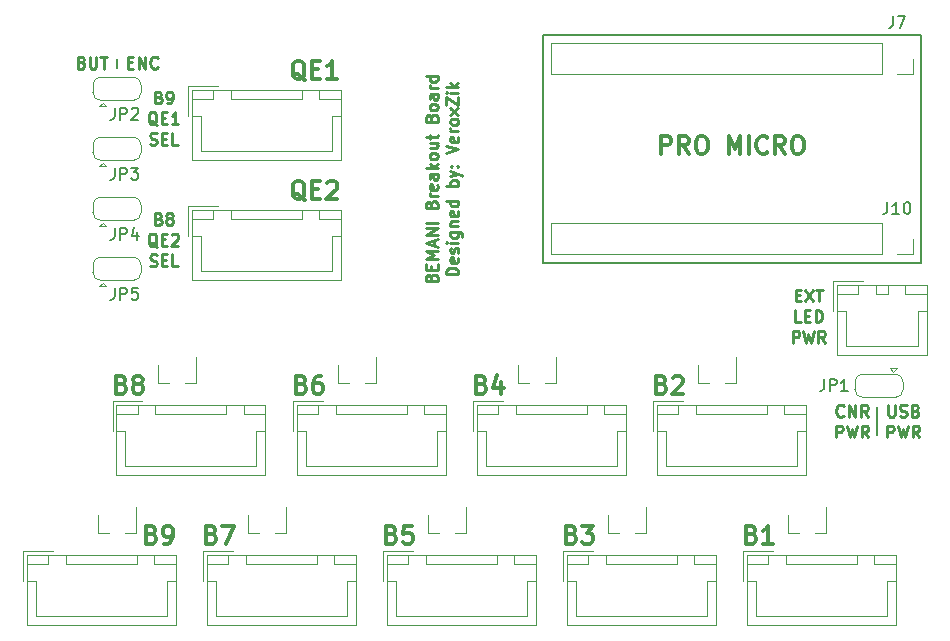
<source format=gbr>
G04 #@! TF.GenerationSoftware,KiCad,Pcbnew,(5.0.0)*
G04 #@! TF.CreationDate,2019-07-13T19:24:01-04:00*
G04 #@! TF.ProjectId,ProMicro-Breakout,50726F4D6963726F2D427265616B6F75,rev?*
G04 #@! TF.SameCoordinates,Original*
G04 #@! TF.FileFunction,Legend,Top*
G04 #@! TF.FilePolarity,Positive*
%FSLAX46Y46*%
G04 Gerber Fmt 4.6, Leading zero omitted, Abs format (unit mm)*
G04 Created by KiCad (PCBNEW (5.0.0)) date 07/13/19 19:24:01*
%MOMM*%
%LPD*%
G01*
G04 APERTURE LIST*
%ADD10C,0.250000*%
%ADD11C,0.200000*%
%ADD12C,0.300000*%
%ADD13C,0.120000*%
%ADD14C,0.150000*%
G04 APERTURE END LIST*
D10*
X171775571Y-112732571D02*
X172108904Y-112732571D01*
X172251761Y-113256380D02*
X171775571Y-113256380D01*
X171775571Y-112256380D01*
X172251761Y-112256380D01*
X172585095Y-112256380D02*
X173251761Y-113256380D01*
X173251761Y-112256380D02*
X172585095Y-113256380D01*
X173489857Y-112256380D02*
X174061285Y-112256380D01*
X173775571Y-113256380D02*
X173775571Y-112256380D01*
X172204142Y-115006380D02*
X171727952Y-115006380D01*
X171727952Y-114006380D01*
X172537476Y-114482571D02*
X172870809Y-114482571D01*
X173013666Y-115006380D02*
X172537476Y-115006380D01*
X172537476Y-114006380D01*
X173013666Y-114006380D01*
X173442238Y-115006380D02*
X173442238Y-114006380D01*
X173680333Y-114006380D01*
X173823190Y-114054000D01*
X173918428Y-114149238D01*
X173966047Y-114244476D01*
X174013666Y-114434952D01*
X174013666Y-114577809D01*
X173966047Y-114768285D01*
X173918428Y-114863523D01*
X173823190Y-114958761D01*
X173680333Y-115006380D01*
X173442238Y-115006380D01*
X171513666Y-116756380D02*
X171513666Y-115756380D01*
X171894619Y-115756380D01*
X171989857Y-115804000D01*
X172037476Y-115851619D01*
X172085095Y-115946857D01*
X172085095Y-116089714D01*
X172037476Y-116184952D01*
X171989857Y-116232571D01*
X171894619Y-116280190D01*
X171513666Y-116280190D01*
X172418428Y-115756380D02*
X172656523Y-116756380D01*
X172847000Y-116042095D01*
X173037476Y-116756380D01*
X173275571Y-115756380D01*
X174227952Y-116756380D02*
X173894619Y-116280190D01*
X173656523Y-116756380D02*
X173656523Y-115756380D01*
X174037476Y-115756380D01*
X174132714Y-115804000D01*
X174180333Y-115851619D01*
X174227952Y-115946857D01*
X174227952Y-116089714D01*
X174180333Y-116184952D01*
X174132714Y-116232571D01*
X174037476Y-116280190D01*
X173656523Y-116280190D01*
X117832238Y-106255571D02*
X117975095Y-106303190D01*
X118022714Y-106350809D01*
X118070333Y-106446047D01*
X118070333Y-106588904D01*
X118022714Y-106684142D01*
X117975095Y-106731761D01*
X117879857Y-106779380D01*
X117498904Y-106779380D01*
X117498904Y-105779380D01*
X117832238Y-105779380D01*
X117927476Y-105827000D01*
X117975095Y-105874619D01*
X118022714Y-105969857D01*
X118022714Y-106065095D01*
X117975095Y-106160333D01*
X117927476Y-106207952D01*
X117832238Y-106255571D01*
X117498904Y-106255571D01*
X118641761Y-106207952D02*
X118546523Y-106160333D01*
X118498904Y-106112714D01*
X118451285Y-106017476D01*
X118451285Y-105969857D01*
X118498904Y-105874619D01*
X118546523Y-105827000D01*
X118641761Y-105779380D01*
X118832238Y-105779380D01*
X118927476Y-105827000D01*
X118975095Y-105874619D01*
X119022714Y-105969857D01*
X119022714Y-106017476D01*
X118975095Y-106112714D01*
X118927476Y-106160333D01*
X118832238Y-106207952D01*
X118641761Y-106207952D01*
X118546523Y-106255571D01*
X118498904Y-106303190D01*
X118451285Y-106398428D01*
X118451285Y-106588904D01*
X118498904Y-106684142D01*
X118546523Y-106731761D01*
X118641761Y-106779380D01*
X118832238Y-106779380D01*
X118927476Y-106731761D01*
X118975095Y-106684142D01*
X119022714Y-106588904D01*
X119022714Y-106398428D01*
X118975095Y-106303190D01*
X118927476Y-106255571D01*
X118832238Y-106207952D01*
X117689380Y-108624619D02*
X117594142Y-108577000D01*
X117498904Y-108481761D01*
X117356047Y-108338904D01*
X117260809Y-108291285D01*
X117165571Y-108291285D01*
X117213190Y-108529380D02*
X117117952Y-108481761D01*
X117022714Y-108386523D01*
X116975095Y-108196047D01*
X116975095Y-107862714D01*
X117022714Y-107672238D01*
X117117952Y-107577000D01*
X117213190Y-107529380D01*
X117403666Y-107529380D01*
X117498904Y-107577000D01*
X117594142Y-107672238D01*
X117641761Y-107862714D01*
X117641761Y-108196047D01*
X117594142Y-108386523D01*
X117498904Y-108481761D01*
X117403666Y-108529380D01*
X117213190Y-108529380D01*
X118070333Y-108005571D02*
X118403666Y-108005571D01*
X118546523Y-108529380D02*
X118070333Y-108529380D01*
X118070333Y-107529380D01*
X118546523Y-107529380D01*
X118927476Y-107624619D02*
X118975095Y-107577000D01*
X119070333Y-107529380D01*
X119308428Y-107529380D01*
X119403666Y-107577000D01*
X119451285Y-107624619D01*
X119498904Y-107719857D01*
X119498904Y-107815095D01*
X119451285Y-107957952D01*
X118879857Y-108529380D01*
X119498904Y-108529380D01*
X117094142Y-110231761D02*
X117237000Y-110279380D01*
X117475095Y-110279380D01*
X117570333Y-110231761D01*
X117617952Y-110184142D01*
X117665571Y-110088904D01*
X117665571Y-109993666D01*
X117617952Y-109898428D01*
X117570333Y-109850809D01*
X117475095Y-109803190D01*
X117284619Y-109755571D01*
X117189380Y-109707952D01*
X117141761Y-109660333D01*
X117094142Y-109565095D01*
X117094142Y-109469857D01*
X117141761Y-109374619D01*
X117189380Y-109327000D01*
X117284619Y-109279380D01*
X117522714Y-109279380D01*
X117665571Y-109327000D01*
X118094142Y-109755571D02*
X118427476Y-109755571D01*
X118570333Y-110279380D02*
X118094142Y-110279380D01*
X118094142Y-109279380D01*
X118570333Y-109279380D01*
X119475095Y-110279380D02*
X118998904Y-110279380D01*
X118998904Y-109279380D01*
X117832238Y-95968571D02*
X117975095Y-96016190D01*
X118022714Y-96063809D01*
X118070333Y-96159047D01*
X118070333Y-96301904D01*
X118022714Y-96397142D01*
X117975095Y-96444761D01*
X117879857Y-96492380D01*
X117498904Y-96492380D01*
X117498904Y-95492380D01*
X117832238Y-95492380D01*
X117927476Y-95540000D01*
X117975095Y-95587619D01*
X118022714Y-95682857D01*
X118022714Y-95778095D01*
X117975095Y-95873333D01*
X117927476Y-95920952D01*
X117832238Y-95968571D01*
X117498904Y-95968571D01*
X118546523Y-96492380D02*
X118737000Y-96492380D01*
X118832238Y-96444761D01*
X118879857Y-96397142D01*
X118975095Y-96254285D01*
X119022714Y-96063809D01*
X119022714Y-95682857D01*
X118975095Y-95587619D01*
X118927476Y-95540000D01*
X118832238Y-95492380D01*
X118641761Y-95492380D01*
X118546523Y-95540000D01*
X118498904Y-95587619D01*
X118451285Y-95682857D01*
X118451285Y-95920952D01*
X118498904Y-96016190D01*
X118546523Y-96063809D01*
X118641761Y-96111428D01*
X118832238Y-96111428D01*
X118927476Y-96063809D01*
X118975095Y-96016190D01*
X119022714Y-95920952D01*
X117689380Y-98337619D02*
X117594142Y-98290000D01*
X117498904Y-98194761D01*
X117356047Y-98051904D01*
X117260809Y-98004285D01*
X117165571Y-98004285D01*
X117213190Y-98242380D02*
X117117952Y-98194761D01*
X117022714Y-98099523D01*
X116975095Y-97909047D01*
X116975095Y-97575714D01*
X117022714Y-97385238D01*
X117117952Y-97290000D01*
X117213190Y-97242380D01*
X117403666Y-97242380D01*
X117498904Y-97290000D01*
X117594142Y-97385238D01*
X117641761Y-97575714D01*
X117641761Y-97909047D01*
X117594142Y-98099523D01*
X117498904Y-98194761D01*
X117403666Y-98242380D01*
X117213190Y-98242380D01*
X118070333Y-97718571D02*
X118403666Y-97718571D01*
X118546523Y-98242380D02*
X118070333Y-98242380D01*
X118070333Y-97242380D01*
X118546523Y-97242380D01*
X119498904Y-98242380D02*
X118927476Y-98242380D01*
X119213190Y-98242380D02*
X119213190Y-97242380D01*
X119117952Y-97385238D01*
X119022714Y-97480476D01*
X118927476Y-97528095D01*
X117094142Y-99944761D02*
X117237000Y-99992380D01*
X117475095Y-99992380D01*
X117570333Y-99944761D01*
X117617952Y-99897142D01*
X117665571Y-99801904D01*
X117665571Y-99706666D01*
X117617952Y-99611428D01*
X117570333Y-99563809D01*
X117475095Y-99516190D01*
X117284619Y-99468571D01*
X117189380Y-99420952D01*
X117141761Y-99373333D01*
X117094142Y-99278095D01*
X117094142Y-99182857D01*
X117141761Y-99087619D01*
X117189380Y-99040000D01*
X117284619Y-98992380D01*
X117522714Y-98992380D01*
X117665571Y-99040000D01*
X118094142Y-99468571D02*
X118427476Y-99468571D01*
X118570333Y-99992380D02*
X118094142Y-99992380D01*
X118094142Y-98992380D01*
X118570333Y-98992380D01*
X119475095Y-99992380D02*
X118998904Y-99992380D01*
X118998904Y-98992380D01*
X111307666Y-93019571D02*
X111450523Y-93067190D01*
X111498142Y-93114809D01*
X111545761Y-93210047D01*
X111545761Y-93352904D01*
X111498142Y-93448142D01*
X111450523Y-93495761D01*
X111355285Y-93543380D01*
X110974333Y-93543380D01*
X110974333Y-92543380D01*
X111307666Y-92543380D01*
X111402904Y-92591000D01*
X111450523Y-92638619D01*
X111498142Y-92733857D01*
X111498142Y-92829095D01*
X111450523Y-92924333D01*
X111402904Y-92971952D01*
X111307666Y-93019571D01*
X110974333Y-93019571D01*
X111974333Y-92543380D02*
X111974333Y-93352904D01*
X112021952Y-93448142D01*
X112069571Y-93495761D01*
X112164809Y-93543380D01*
X112355285Y-93543380D01*
X112450523Y-93495761D01*
X112498142Y-93448142D01*
X112545761Y-93352904D01*
X112545761Y-92543380D01*
X112879095Y-92543380D02*
X113450523Y-92543380D01*
X113164809Y-93543380D02*
X113164809Y-92543380D01*
X115220904Y-93019571D02*
X115554238Y-93019571D01*
X115697095Y-93543380D02*
X115220904Y-93543380D01*
X115220904Y-92543380D01*
X115697095Y-92543380D01*
X116125666Y-93543380D02*
X116125666Y-92543380D01*
X116697095Y-93543380D01*
X116697095Y-92543380D01*
X117744714Y-93448142D02*
X117697095Y-93495761D01*
X117554238Y-93543380D01*
X117459000Y-93543380D01*
X117316142Y-93495761D01*
X117220904Y-93400523D01*
X117173285Y-93305285D01*
X117125666Y-93114809D01*
X117125666Y-92971952D01*
X117173285Y-92781476D01*
X117220904Y-92686238D01*
X117316142Y-92591000D01*
X117459000Y-92543380D01*
X117554238Y-92543380D01*
X117697095Y-92591000D01*
X117744714Y-92638619D01*
D11*
X114300000Y-92710000D02*
X114300000Y-93472000D01*
X178689000Y-122174000D02*
X178689000Y-124587000D01*
D10*
X175815714Y-122926142D02*
X175768095Y-122973761D01*
X175625238Y-123021380D01*
X175530000Y-123021380D01*
X175387142Y-122973761D01*
X175291904Y-122878523D01*
X175244285Y-122783285D01*
X175196666Y-122592809D01*
X175196666Y-122449952D01*
X175244285Y-122259476D01*
X175291904Y-122164238D01*
X175387142Y-122069000D01*
X175530000Y-122021380D01*
X175625238Y-122021380D01*
X175768095Y-122069000D01*
X175815714Y-122116619D01*
X176244285Y-123021380D02*
X176244285Y-122021380D01*
X176815714Y-123021380D01*
X176815714Y-122021380D01*
X177863333Y-123021380D02*
X177530000Y-122545190D01*
X177291904Y-123021380D02*
X177291904Y-122021380D01*
X177672857Y-122021380D01*
X177768095Y-122069000D01*
X177815714Y-122116619D01*
X177863333Y-122211857D01*
X177863333Y-122354714D01*
X177815714Y-122449952D01*
X177768095Y-122497571D01*
X177672857Y-122545190D01*
X177291904Y-122545190D01*
X175196666Y-124771380D02*
X175196666Y-123771380D01*
X175577619Y-123771380D01*
X175672857Y-123819000D01*
X175720476Y-123866619D01*
X175768095Y-123961857D01*
X175768095Y-124104714D01*
X175720476Y-124199952D01*
X175672857Y-124247571D01*
X175577619Y-124295190D01*
X175196666Y-124295190D01*
X176101428Y-123771380D02*
X176339523Y-124771380D01*
X176530000Y-124057095D01*
X176720476Y-124771380D01*
X176958571Y-123771380D01*
X177910952Y-124771380D02*
X177577619Y-124295190D01*
X177339523Y-124771380D02*
X177339523Y-123771380D01*
X177720476Y-123771380D01*
X177815714Y-123819000D01*
X177863333Y-123866619D01*
X177910952Y-123961857D01*
X177910952Y-124104714D01*
X177863333Y-124199952D01*
X177815714Y-124247571D01*
X177720476Y-124295190D01*
X177339523Y-124295190D01*
X179586095Y-122021380D02*
X179586095Y-122830904D01*
X179633714Y-122926142D01*
X179681333Y-122973761D01*
X179776571Y-123021380D01*
X179967047Y-123021380D01*
X180062285Y-122973761D01*
X180109904Y-122926142D01*
X180157523Y-122830904D01*
X180157523Y-122021380D01*
X180586095Y-122973761D02*
X180728952Y-123021380D01*
X180967047Y-123021380D01*
X181062285Y-122973761D01*
X181109904Y-122926142D01*
X181157523Y-122830904D01*
X181157523Y-122735666D01*
X181109904Y-122640428D01*
X181062285Y-122592809D01*
X180967047Y-122545190D01*
X180776571Y-122497571D01*
X180681333Y-122449952D01*
X180633714Y-122402333D01*
X180586095Y-122307095D01*
X180586095Y-122211857D01*
X180633714Y-122116619D01*
X180681333Y-122069000D01*
X180776571Y-122021380D01*
X181014666Y-122021380D01*
X181157523Y-122069000D01*
X181919428Y-122497571D02*
X182062285Y-122545190D01*
X182109904Y-122592809D01*
X182157523Y-122688047D01*
X182157523Y-122830904D01*
X182109904Y-122926142D01*
X182062285Y-122973761D01*
X181967047Y-123021380D01*
X181586095Y-123021380D01*
X181586095Y-122021380D01*
X181919428Y-122021380D01*
X182014666Y-122069000D01*
X182062285Y-122116619D01*
X182109904Y-122211857D01*
X182109904Y-122307095D01*
X182062285Y-122402333D01*
X182014666Y-122449952D01*
X181919428Y-122497571D01*
X181586095Y-122497571D01*
X179514666Y-124771380D02*
X179514666Y-123771380D01*
X179895619Y-123771380D01*
X179990857Y-123819000D01*
X180038476Y-123866619D01*
X180086095Y-123961857D01*
X180086095Y-124104714D01*
X180038476Y-124199952D01*
X179990857Y-124247571D01*
X179895619Y-124295190D01*
X179514666Y-124295190D01*
X180419428Y-123771380D02*
X180657523Y-124771380D01*
X180848000Y-124057095D01*
X181038476Y-124771380D01*
X181276571Y-123771380D01*
X182228952Y-124771380D02*
X181895619Y-124295190D01*
X181657523Y-124771380D02*
X181657523Y-123771380D01*
X182038476Y-123771380D01*
X182133714Y-123819000D01*
X182181333Y-123866619D01*
X182228952Y-123961857D01*
X182228952Y-124104714D01*
X182181333Y-124199952D01*
X182133714Y-124247571D01*
X182038476Y-124295190D01*
X181657523Y-124295190D01*
X140912571Y-111227142D02*
X140960190Y-111084285D01*
X141007809Y-111036666D01*
X141103047Y-110989047D01*
X141245904Y-110989047D01*
X141341142Y-111036666D01*
X141388761Y-111084285D01*
X141436380Y-111179523D01*
X141436380Y-111560476D01*
X140436380Y-111560476D01*
X140436380Y-111227142D01*
X140484000Y-111131904D01*
X140531619Y-111084285D01*
X140626857Y-111036666D01*
X140722095Y-111036666D01*
X140817333Y-111084285D01*
X140864952Y-111131904D01*
X140912571Y-111227142D01*
X140912571Y-111560476D01*
X140912571Y-110560476D02*
X140912571Y-110227142D01*
X141436380Y-110084285D02*
X141436380Y-110560476D01*
X140436380Y-110560476D01*
X140436380Y-110084285D01*
X141436380Y-109655714D02*
X140436380Y-109655714D01*
X141150666Y-109322380D01*
X140436380Y-108989047D01*
X141436380Y-108989047D01*
X141150666Y-108560476D02*
X141150666Y-108084285D01*
X141436380Y-108655714D02*
X140436380Y-108322380D01*
X141436380Y-107989047D01*
X141436380Y-107655714D02*
X140436380Y-107655714D01*
X141436380Y-107084285D01*
X140436380Y-107084285D01*
X141436380Y-106608095D02*
X140436380Y-106608095D01*
X140912571Y-105036666D02*
X140960190Y-104893809D01*
X141007809Y-104846190D01*
X141103047Y-104798571D01*
X141245904Y-104798571D01*
X141341142Y-104846190D01*
X141388761Y-104893809D01*
X141436380Y-104989047D01*
X141436380Y-105370000D01*
X140436380Y-105370000D01*
X140436380Y-105036666D01*
X140484000Y-104941428D01*
X140531619Y-104893809D01*
X140626857Y-104846190D01*
X140722095Y-104846190D01*
X140817333Y-104893809D01*
X140864952Y-104941428D01*
X140912571Y-105036666D01*
X140912571Y-105370000D01*
X141436380Y-104370000D02*
X140769714Y-104370000D01*
X140960190Y-104370000D02*
X140864952Y-104322380D01*
X140817333Y-104274761D01*
X140769714Y-104179523D01*
X140769714Y-104084285D01*
X141388761Y-103370000D02*
X141436380Y-103465238D01*
X141436380Y-103655714D01*
X141388761Y-103750952D01*
X141293523Y-103798571D01*
X140912571Y-103798571D01*
X140817333Y-103750952D01*
X140769714Y-103655714D01*
X140769714Y-103465238D01*
X140817333Y-103370000D01*
X140912571Y-103322380D01*
X141007809Y-103322380D01*
X141103047Y-103798571D01*
X141436380Y-102465238D02*
X140912571Y-102465238D01*
X140817333Y-102512857D01*
X140769714Y-102608095D01*
X140769714Y-102798571D01*
X140817333Y-102893809D01*
X141388761Y-102465238D02*
X141436380Y-102560476D01*
X141436380Y-102798571D01*
X141388761Y-102893809D01*
X141293523Y-102941428D01*
X141198285Y-102941428D01*
X141103047Y-102893809D01*
X141055428Y-102798571D01*
X141055428Y-102560476D01*
X141007809Y-102465238D01*
X141436380Y-101989047D02*
X140436380Y-101989047D01*
X141055428Y-101893809D02*
X141436380Y-101608095D01*
X140769714Y-101608095D02*
X141150666Y-101989047D01*
X141436380Y-101036666D02*
X141388761Y-101131904D01*
X141341142Y-101179523D01*
X141245904Y-101227142D01*
X140960190Y-101227142D01*
X140864952Y-101179523D01*
X140817333Y-101131904D01*
X140769714Y-101036666D01*
X140769714Y-100893809D01*
X140817333Y-100798571D01*
X140864952Y-100750952D01*
X140960190Y-100703333D01*
X141245904Y-100703333D01*
X141341142Y-100750952D01*
X141388761Y-100798571D01*
X141436380Y-100893809D01*
X141436380Y-101036666D01*
X140769714Y-99846190D02*
X141436380Y-99846190D01*
X140769714Y-100274761D02*
X141293523Y-100274761D01*
X141388761Y-100227142D01*
X141436380Y-100131904D01*
X141436380Y-99989047D01*
X141388761Y-99893809D01*
X141341142Y-99846190D01*
X140769714Y-99512857D02*
X140769714Y-99131904D01*
X140436380Y-99370000D02*
X141293523Y-99370000D01*
X141388761Y-99322380D01*
X141436380Y-99227142D01*
X141436380Y-99131904D01*
X140912571Y-97703333D02*
X140960190Y-97560476D01*
X141007809Y-97512857D01*
X141103047Y-97465238D01*
X141245904Y-97465238D01*
X141341142Y-97512857D01*
X141388761Y-97560476D01*
X141436380Y-97655714D01*
X141436380Y-98036666D01*
X140436380Y-98036666D01*
X140436380Y-97703333D01*
X140484000Y-97608095D01*
X140531619Y-97560476D01*
X140626857Y-97512857D01*
X140722095Y-97512857D01*
X140817333Y-97560476D01*
X140864952Y-97608095D01*
X140912571Y-97703333D01*
X140912571Y-98036666D01*
X141436380Y-96893809D02*
X141388761Y-96989047D01*
X141341142Y-97036666D01*
X141245904Y-97084285D01*
X140960190Y-97084285D01*
X140864952Y-97036666D01*
X140817333Y-96989047D01*
X140769714Y-96893809D01*
X140769714Y-96750952D01*
X140817333Y-96655714D01*
X140864952Y-96608095D01*
X140960190Y-96560476D01*
X141245904Y-96560476D01*
X141341142Y-96608095D01*
X141388761Y-96655714D01*
X141436380Y-96750952D01*
X141436380Y-96893809D01*
X141436380Y-95703333D02*
X140912571Y-95703333D01*
X140817333Y-95750952D01*
X140769714Y-95846190D01*
X140769714Y-96036666D01*
X140817333Y-96131904D01*
X141388761Y-95703333D02*
X141436380Y-95798571D01*
X141436380Y-96036666D01*
X141388761Y-96131904D01*
X141293523Y-96179523D01*
X141198285Y-96179523D01*
X141103047Y-96131904D01*
X141055428Y-96036666D01*
X141055428Y-95798571D01*
X141007809Y-95703333D01*
X141436380Y-95227142D02*
X140769714Y-95227142D01*
X140960190Y-95227142D02*
X140864952Y-95179523D01*
X140817333Y-95131904D01*
X140769714Y-95036666D01*
X140769714Y-94941428D01*
X141436380Y-94179523D02*
X140436380Y-94179523D01*
X141388761Y-94179523D02*
X141436380Y-94274761D01*
X141436380Y-94465238D01*
X141388761Y-94560476D01*
X141341142Y-94608095D01*
X141245904Y-94655714D01*
X140960190Y-94655714D01*
X140864952Y-94608095D01*
X140817333Y-94560476D01*
X140769714Y-94465238D01*
X140769714Y-94274761D01*
X140817333Y-94179523D01*
X143186380Y-110965238D02*
X142186380Y-110965238D01*
X142186380Y-110727142D01*
X142234000Y-110584285D01*
X142329238Y-110489047D01*
X142424476Y-110441428D01*
X142614952Y-110393809D01*
X142757809Y-110393809D01*
X142948285Y-110441428D01*
X143043523Y-110489047D01*
X143138761Y-110584285D01*
X143186380Y-110727142D01*
X143186380Y-110965238D01*
X143138761Y-109584285D02*
X143186380Y-109679523D01*
X143186380Y-109870000D01*
X143138761Y-109965238D01*
X143043523Y-110012857D01*
X142662571Y-110012857D01*
X142567333Y-109965238D01*
X142519714Y-109870000D01*
X142519714Y-109679523D01*
X142567333Y-109584285D01*
X142662571Y-109536666D01*
X142757809Y-109536666D01*
X142853047Y-110012857D01*
X143138761Y-109155714D02*
X143186380Y-109060476D01*
X143186380Y-108870000D01*
X143138761Y-108774761D01*
X143043523Y-108727142D01*
X142995904Y-108727142D01*
X142900666Y-108774761D01*
X142853047Y-108870000D01*
X142853047Y-109012857D01*
X142805428Y-109108095D01*
X142710190Y-109155714D01*
X142662571Y-109155714D01*
X142567333Y-109108095D01*
X142519714Y-109012857D01*
X142519714Y-108870000D01*
X142567333Y-108774761D01*
X143186380Y-108298571D02*
X142519714Y-108298571D01*
X142186380Y-108298571D02*
X142234000Y-108346190D01*
X142281619Y-108298571D01*
X142234000Y-108250952D01*
X142186380Y-108298571D01*
X142281619Y-108298571D01*
X142519714Y-107393809D02*
X143329238Y-107393809D01*
X143424476Y-107441428D01*
X143472095Y-107489047D01*
X143519714Y-107584285D01*
X143519714Y-107727142D01*
X143472095Y-107822380D01*
X143138761Y-107393809D02*
X143186380Y-107489047D01*
X143186380Y-107679523D01*
X143138761Y-107774761D01*
X143091142Y-107822380D01*
X142995904Y-107870000D01*
X142710190Y-107870000D01*
X142614952Y-107822380D01*
X142567333Y-107774761D01*
X142519714Y-107679523D01*
X142519714Y-107489047D01*
X142567333Y-107393809D01*
X142519714Y-106917619D02*
X143186380Y-106917619D01*
X142614952Y-106917619D02*
X142567333Y-106870000D01*
X142519714Y-106774761D01*
X142519714Y-106631904D01*
X142567333Y-106536666D01*
X142662571Y-106489047D01*
X143186380Y-106489047D01*
X143138761Y-105631904D02*
X143186380Y-105727142D01*
X143186380Y-105917619D01*
X143138761Y-106012857D01*
X143043523Y-106060476D01*
X142662571Y-106060476D01*
X142567333Y-106012857D01*
X142519714Y-105917619D01*
X142519714Y-105727142D01*
X142567333Y-105631904D01*
X142662571Y-105584285D01*
X142757809Y-105584285D01*
X142853047Y-106060476D01*
X143186380Y-104727142D02*
X142186380Y-104727142D01*
X143138761Y-104727142D02*
X143186380Y-104822380D01*
X143186380Y-105012857D01*
X143138761Y-105108095D01*
X143091142Y-105155714D01*
X142995904Y-105203333D01*
X142710190Y-105203333D01*
X142614952Y-105155714D01*
X142567333Y-105108095D01*
X142519714Y-105012857D01*
X142519714Y-104822380D01*
X142567333Y-104727142D01*
X143186380Y-103489047D02*
X142186380Y-103489047D01*
X142567333Y-103489047D02*
X142519714Y-103393809D01*
X142519714Y-103203333D01*
X142567333Y-103108095D01*
X142614952Y-103060476D01*
X142710190Y-103012857D01*
X142995904Y-103012857D01*
X143091142Y-103060476D01*
X143138761Y-103108095D01*
X143186380Y-103203333D01*
X143186380Y-103393809D01*
X143138761Y-103489047D01*
X142519714Y-102679523D02*
X143186380Y-102441428D01*
X142519714Y-102203333D02*
X143186380Y-102441428D01*
X143424476Y-102536666D01*
X143472095Y-102584285D01*
X143519714Y-102679523D01*
X143091142Y-101822380D02*
X143138761Y-101774761D01*
X143186380Y-101822380D01*
X143138761Y-101870000D01*
X143091142Y-101822380D01*
X143186380Y-101822380D01*
X142567333Y-101822380D02*
X142614952Y-101774761D01*
X142662571Y-101822380D01*
X142614952Y-101870000D01*
X142567333Y-101822380D01*
X142662571Y-101822380D01*
X142186380Y-100727142D02*
X143186380Y-100393809D01*
X142186380Y-100060476D01*
X143138761Y-99346190D02*
X143186380Y-99441428D01*
X143186380Y-99631904D01*
X143138761Y-99727142D01*
X143043523Y-99774761D01*
X142662571Y-99774761D01*
X142567333Y-99727142D01*
X142519714Y-99631904D01*
X142519714Y-99441428D01*
X142567333Y-99346190D01*
X142662571Y-99298571D01*
X142757809Y-99298571D01*
X142853047Y-99774761D01*
X143186380Y-98870000D02*
X142519714Y-98870000D01*
X142710190Y-98870000D02*
X142614952Y-98822380D01*
X142567333Y-98774761D01*
X142519714Y-98679523D01*
X142519714Y-98584285D01*
X143186380Y-98108095D02*
X143138761Y-98203333D01*
X143091142Y-98250952D01*
X142995904Y-98298571D01*
X142710190Y-98298571D01*
X142614952Y-98250952D01*
X142567333Y-98203333D01*
X142519714Y-98108095D01*
X142519714Y-97965238D01*
X142567333Y-97870000D01*
X142614952Y-97822380D01*
X142710190Y-97774761D01*
X142995904Y-97774761D01*
X143091142Y-97822380D01*
X143138761Y-97870000D01*
X143186380Y-97965238D01*
X143186380Y-98108095D01*
X143186380Y-97441428D02*
X142519714Y-96917619D01*
X142519714Y-97441428D02*
X143186380Y-96917619D01*
X142186380Y-96631904D02*
X142186380Y-95965238D01*
X143186380Y-96631904D01*
X143186380Y-95965238D01*
X143186380Y-95584285D02*
X142519714Y-95584285D01*
X142186380Y-95584285D02*
X142234000Y-95631904D01*
X142281619Y-95584285D01*
X142234000Y-95536666D01*
X142186380Y-95584285D01*
X142281619Y-95584285D01*
X143186380Y-95108095D02*
X142186380Y-95108095D01*
X142805428Y-95012857D02*
X143186380Y-94727142D01*
X142519714Y-94727142D02*
X142900666Y-95108095D01*
D12*
X130242571Y-104707428D02*
X130099714Y-104636000D01*
X129956857Y-104493142D01*
X129742571Y-104278857D01*
X129599714Y-104207428D01*
X129456857Y-104207428D01*
X129528285Y-104564571D02*
X129385428Y-104493142D01*
X129242571Y-104350285D01*
X129171142Y-104064571D01*
X129171142Y-103564571D01*
X129242571Y-103278857D01*
X129385428Y-103136000D01*
X129528285Y-103064571D01*
X129814000Y-103064571D01*
X129956857Y-103136000D01*
X130099714Y-103278857D01*
X130171142Y-103564571D01*
X130171142Y-104064571D01*
X130099714Y-104350285D01*
X129956857Y-104493142D01*
X129814000Y-104564571D01*
X129528285Y-104564571D01*
X130814000Y-103778857D02*
X131314000Y-103778857D01*
X131528285Y-104564571D02*
X130814000Y-104564571D01*
X130814000Y-103064571D01*
X131528285Y-103064571D01*
X132099714Y-103207428D02*
X132171142Y-103136000D01*
X132314000Y-103064571D01*
X132671142Y-103064571D01*
X132814000Y-103136000D01*
X132885428Y-103207428D01*
X132956857Y-103350285D01*
X132956857Y-103493142D01*
X132885428Y-103707428D01*
X132028285Y-104564571D01*
X132956857Y-104564571D01*
X130242571Y-94547428D02*
X130099714Y-94476000D01*
X129956857Y-94333142D01*
X129742571Y-94118857D01*
X129599714Y-94047428D01*
X129456857Y-94047428D01*
X129528285Y-94404571D02*
X129385428Y-94333142D01*
X129242571Y-94190285D01*
X129171142Y-93904571D01*
X129171142Y-93404571D01*
X129242571Y-93118857D01*
X129385428Y-92976000D01*
X129528285Y-92904571D01*
X129814000Y-92904571D01*
X129956857Y-92976000D01*
X130099714Y-93118857D01*
X130171142Y-93404571D01*
X130171142Y-93904571D01*
X130099714Y-94190285D01*
X129956857Y-94333142D01*
X129814000Y-94404571D01*
X129528285Y-94404571D01*
X130814000Y-93618857D02*
X131314000Y-93618857D01*
X131528285Y-94404571D02*
X130814000Y-94404571D01*
X130814000Y-92904571D01*
X131528285Y-92904571D01*
X132956857Y-94404571D02*
X132099714Y-94404571D01*
X132528285Y-94404571D02*
X132528285Y-92904571D01*
X132385428Y-93118857D01*
X132242571Y-93261714D01*
X132099714Y-93333142D01*
X117248857Y-132988857D02*
X117463142Y-133060285D01*
X117534571Y-133131714D01*
X117606000Y-133274571D01*
X117606000Y-133488857D01*
X117534571Y-133631714D01*
X117463142Y-133703142D01*
X117320285Y-133774571D01*
X116748857Y-133774571D01*
X116748857Y-132274571D01*
X117248857Y-132274571D01*
X117391714Y-132346000D01*
X117463142Y-132417428D01*
X117534571Y-132560285D01*
X117534571Y-132703142D01*
X117463142Y-132846000D01*
X117391714Y-132917428D01*
X117248857Y-132988857D01*
X116748857Y-132988857D01*
X118320285Y-133774571D02*
X118606000Y-133774571D01*
X118748857Y-133703142D01*
X118820285Y-133631714D01*
X118963142Y-133417428D01*
X119034571Y-133131714D01*
X119034571Y-132560285D01*
X118963142Y-132417428D01*
X118891714Y-132346000D01*
X118748857Y-132274571D01*
X118463142Y-132274571D01*
X118320285Y-132346000D01*
X118248857Y-132417428D01*
X118177428Y-132560285D01*
X118177428Y-132917428D01*
X118248857Y-133060285D01*
X118320285Y-133131714D01*
X118463142Y-133203142D01*
X118748857Y-133203142D01*
X118891714Y-133131714D01*
X118963142Y-133060285D01*
X119034571Y-132917428D01*
X114708857Y-120288857D02*
X114923142Y-120360285D01*
X114994571Y-120431714D01*
X115066000Y-120574571D01*
X115066000Y-120788857D01*
X114994571Y-120931714D01*
X114923142Y-121003142D01*
X114780285Y-121074571D01*
X114208857Y-121074571D01*
X114208857Y-119574571D01*
X114708857Y-119574571D01*
X114851714Y-119646000D01*
X114923142Y-119717428D01*
X114994571Y-119860285D01*
X114994571Y-120003142D01*
X114923142Y-120146000D01*
X114851714Y-120217428D01*
X114708857Y-120288857D01*
X114208857Y-120288857D01*
X115923142Y-120217428D02*
X115780285Y-120146000D01*
X115708857Y-120074571D01*
X115637428Y-119931714D01*
X115637428Y-119860285D01*
X115708857Y-119717428D01*
X115780285Y-119646000D01*
X115923142Y-119574571D01*
X116208857Y-119574571D01*
X116351714Y-119646000D01*
X116423142Y-119717428D01*
X116494571Y-119860285D01*
X116494571Y-119931714D01*
X116423142Y-120074571D01*
X116351714Y-120146000D01*
X116208857Y-120217428D01*
X115923142Y-120217428D01*
X115780285Y-120288857D01*
X115708857Y-120360285D01*
X115637428Y-120503142D01*
X115637428Y-120788857D01*
X115708857Y-120931714D01*
X115780285Y-121003142D01*
X115923142Y-121074571D01*
X116208857Y-121074571D01*
X116351714Y-121003142D01*
X116423142Y-120931714D01*
X116494571Y-120788857D01*
X116494571Y-120503142D01*
X116423142Y-120360285D01*
X116351714Y-120288857D01*
X116208857Y-120217428D01*
X122328857Y-132988857D02*
X122543142Y-133060285D01*
X122614571Y-133131714D01*
X122686000Y-133274571D01*
X122686000Y-133488857D01*
X122614571Y-133631714D01*
X122543142Y-133703142D01*
X122400285Y-133774571D01*
X121828857Y-133774571D01*
X121828857Y-132274571D01*
X122328857Y-132274571D01*
X122471714Y-132346000D01*
X122543142Y-132417428D01*
X122614571Y-132560285D01*
X122614571Y-132703142D01*
X122543142Y-132846000D01*
X122471714Y-132917428D01*
X122328857Y-132988857D01*
X121828857Y-132988857D01*
X123186000Y-132274571D02*
X124186000Y-132274571D01*
X123543142Y-133774571D01*
X129948857Y-120288857D02*
X130163142Y-120360285D01*
X130234571Y-120431714D01*
X130306000Y-120574571D01*
X130306000Y-120788857D01*
X130234571Y-120931714D01*
X130163142Y-121003142D01*
X130020285Y-121074571D01*
X129448857Y-121074571D01*
X129448857Y-119574571D01*
X129948857Y-119574571D01*
X130091714Y-119646000D01*
X130163142Y-119717428D01*
X130234571Y-119860285D01*
X130234571Y-120003142D01*
X130163142Y-120146000D01*
X130091714Y-120217428D01*
X129948857Y-120288857D01*
X129448857Y-120288857D01*
X131591714Y-119574571D02*
X131306000Y-119574571D01*
X131163142Y-119646000D01*
X131091714Y-119717428D01*
X130948857Y-119931714D01*
X130877428Y-120217428D01*
X130877428Y-120788857D01*
X130948857Y-120931714D01*
X131020285Y-121003142D01*
X131163142Y-121074571D01*
X131448857Y-121074571D01*
X131591714Y-121003142D01*
X131663142Y-120931714D01*
X131734571Y-120788857D01*
X131734571Y-120431714D01*
X131663142Y-120288857D01*
X131591714Y-120217428D01*
X131448857Y-120146000D01*
X131163142Y-120146000D01*
X131020285Y-120217428D01*
X130948857Y-120288857D01*
X130877428Y-120431714D01*
X137568857Y-132988857D02*
X137783142Y-133060285D01*
X137854571Y-133131714D01*
X137926000Y-133274571D01*
X137926000Y-133488857D01*
X137854571Y-133631714D01*
X137783142Y-133703142D01*
X137640285Y-133774571D01*
X137068857Y-133774571D01*
X137068857Y-132274571D01*
X137568857Y-132274571D01*
X137711714Y-132346000D01*
X137783142Y-132417428D01*
X137854571Y-132560285D01*
X137854571Y-132703142D01*
X137783142Y-132846000D01*
X137711714Y-132917428D01*
X137568857Y-132988857D01*
X137068857Y-132988857D01*
X139283142Y-132274571D02*
X138568857Y-132274571D01*
X138497428Y-132988857D01*
X138568857Y-132917428D01*
X138711714Y-132846000D01*
X139068857Y-132846000D01*
X139211714Y-132917428D01*
X139283142Y-132988857D01*
X139354571Y-133131714D01*
X139354571Y-133488857D01*
X139283142Y-133631714D01*
X139211714Y-133703142D01*
X139068857Y-133774571D01*
X138711714Y-133774571D01*
X138568857Y-133703142D01*
X138497428Y-133631714D01*
X145188857Y-120288857D02*
X145403142Y-120360285D01*
X145474571Y-120431714D01*
X145546000Y-120574571D01*
X145546000Y-120788857D01*
X145474571Y-120931714D01*
X145403142Y-121003142D01*
X145260285Y-121074571D01*
X144688857Y-121074571D01*
X144688857Y-119574571D01*
X145188857Y-119574571D01*
X145331714Y-119646000D01*
X145403142Y-119717428D01*
X145474571Y-119860285D01*
X145474571Y-120003142D01*
X145403142Y-120146000D01*
X145331714Y-120217428D01*
X145188857Y-120288857D01*
X144688857Y-120288857D01*
X146831714Y-120074571D02*
X146831714Y-121074571D01*
X146474571Y-119503142D02*
X146117428Y-120574571D01*
X147046000Y-120574571D01*
X152808857Y-132988857D02*
X153023142Y-133060285D01*
X153094571Y-133131714D01*
X153166000Y-133274571D01*
X153166000Y-133488857D01*
X153094571Y-133631714D01*
X153023142Y-133703142D01*
X152880285Y-133774571D01*
X152308857Y-133774571D01*
X152308857Y-132274571D01*
X152808857Y-132274571D01*
X152951714Y-132346000D01*
X153023142Y-132417428D01*
X153094571Y-132560285D01*
X153094571Y-132703142D01*
X153023142Y-132846000D01*
X152951714Y-132917428D01*
X152808857Y-132988857D01*
X152308857Y-132988857D01*
X153666000Y-132274571D02*
X154594571Y-132274571D01*
X154094571Y-132846000D01*
X154308857Y-132846000D01*
X154451714Y-132917428D01*
X154523142Y-132988857D01*
X154594571Y-133131714D01*
X154594571Y-133488857D01*
X154523142Y-133631714D01*
X154451714Y-133703142D01*
X154308857Y-133774571D01*
X153880285Y-133774571D01*
X153737428Y-133703142D01*
X153666000Y-133631714D01*
X160428857Y-120288857D02*
X160643142Y-120360285D01*
X160714571Y-120431714D01*
X160786000Y-120574571D01*
X160786000Y-120788857D01*
X160714571Y-120931714D01*
X160643142Y-121003142D01*
X160500285Y-121074571D01*
X159928857Y-121074571D01*
X159928857Y-119574571D01*
X160428857Y-119574571D01*
X160571714Y-119646000D01*
X160643142Y-119717428D01*
X160714571Y-119860285D01*
X160714571Y-120003142D01*
X160643142Y-120146000D01*
X160571714Y-120217428D01*
X160428857Y-120288857D01*
X159928857Y-120288857D01*
X161357428Y-119717428D02*
X161428857Y-119646000D01*
X161571714Y-119574571D01*
X161928857Y-119574571D01*
X162071714Y-119646000D01*
X162143142Y-119717428D01*
X162214571Y-119860285D01*
X162214571Y-120003142D01*
X162143142Y-120217428D01*
X161286000Y-121074571D01*
X162214571Y-121074571D01*
X168048857Y-132988857D02*
X168263142Y-133060285D01*
X168334571Y-133131714D01*
X168406000Y-133274571D01*
X168406000Y-133488857D01*
X168334571Y-133631714D01*
X168263142Y-133703142D01*
X168120285Y-133774571D01*
X167548857Y-133774571D01*
X167548857Y-132274571D01*
X168048857Y-132274571D01*
X168191714Y-132346000D01*
X168263142Y-132417428D01*
X168334571Y-132560285D01*
X168334571Y-132703142D01*
X168263142Y-132846000D01*
X168191714Y-132917428D01*
X168048857Y-132988857D01*
X167548857Y-132988857D01*
X169834571Y-133774571D02*
X168977428Y-133774571D01*
X169406000Y-133774571D02*
X169406000Y-132274571D01*
X169263142Y-132488857D01*
X169120285Y-132631714D01*
X168977428Y-132703142D01*
D11*
X150368000Y-109982000D02*
X150368000Y-90678000D01*
X182372000Y-109982000D02*
X150368000Y-109982000D01*
X182372000Y-90678000D02*
X182372000Y-109982000D01*
X150368000Y-90678000D02*
X182372000Y-90678000D01*
D12*
X160370000Y-100754571D02*
X160370000Y-99254571D01*
X160941428Y-99254571D01*
X161084285Y-99326000D01*
X161155714Y-99397428D01*
X161227142Y-99540285D01*
X161227142Y-99754571D01*
X161155714Y-99897428D01*
X161084285Y-99968857D01*
X160941428Y-100040285D01*
X160370000Y-100040285D01*
X162727142Y-100754571D02*
X162227142Y-100040285D01*
X161870000Y-100754571D02*
X161870000Y-99254571D01*
X162441428Y-99254571D01*
X162584285Y-99326000D01*
X162655714Y-99397428D01*
X162727142Y-99540285D01*
X162727142Y-99754571D01*
X162655714Y-99897428D01*
X162584285Y-99968857D01*
X162441428Y-100040285D01*
X161870000Y-100040285D01*
X163655714Y-99254571D02*
X163941428Y-99254571D01*
X164084285Y-99326000D01*
X164227142Y-99468857D01*
X164298571Y-99754571D01*
X164298571Y-100254571D01*
X164227142Y-100540285D01*
X164084285Y-100683142D01*
X163941428Y-100754571D01*
X163655714Y-100754571D01*
X163512857Y-100683142D01*
X163370000Y-100540285D01*
X163298571Y-100254571D01*
X163298571Y-99754571D01*
X163370000Y-99468857D01*
X163512857Y-99326000D01*
X163655714Y-99254571D01*
X166084285Y-100754571D02*
X166084285Y-99254571D01*
X166584285Y-100326000D01*
X167084285Y-99254571D01*
X167084285Y-100754571D01*
X167798571Y-100754571D02*
X167798571Y-99254571D01*
X169370000Y-100611714D02*
X169298571Y-100683142D01*
X169084285Y-100754571D01*
X168941428Y-100754571D01*
X168727142Y-100683142D01*
X168584285Y-100540285D01*
X168512857Y-100397428D01*
X168441428Y-100111714D01*
X168441428Y-99897428D01*
X168512857Y-99611714D01*
X168584285Y-99468857D01*
X168727142Y-99326000D01*
X168941428Y-99254571D01*
X169084285Y-99254571D01*
X169298571Y-99326000D01*
X169370000Y-99397428D01*
X170870000Y-100754571D02*
X170370000Y-100040285D01*
X170012857Y-100754571D02*
X170012857Y-99254571D01*
X170584285Y-99254571D01*
X170727142Y-99326000D01*
X170798571Y-99397428D01*
X170870000Y-99540285D01*
X170870000Y-99754571D01*
X170798571Y-99897428D01*
X170727142Y-99968857D01*
X170584285Y-100040285D01*
X170012857Y-100040285D01*
X171798571Y-99254571D02*
X172084285Y-99254571D01*
X172227142Y-99326000D01*
X172370000Y-99468857D01*
X172441428Y-99754571D01*
X172441428Y-100254571D01*
X172370000Y-100540285D01*
X172227142Y-100683142D01*
X172084285Y-100754571D01*
X171798571Y-100754571D01*
X171655714Y-100683142D01*
X171512857Y-100540285D01*
X171441428Y-100254571D01*
X171441428Y-99754571D01*
X171512857Y-99468857D01*
X171655714Y-99326000D01*
X171798571Y-99254571D01*
D13*
G04 #@! TO.C,JP5*
X113100000Y-111690000D02*
X113400000Y-111990000D01*
X112800000Y-111990000D02*
X113400000Y-111990000D01*
X113100000Y-111690000D02*
X112800000Y-111990000D01*
X112250000Y-110790000D02*
X112250000Y-110190000D01*
X115700000Y-111490000D02*
X112900000Y-111490000D01*
X116350000Y-110190000D02*
X116350000Y-110790000D01*
X112900000Y-109490000D02*
X115700000Y-109490000D01*
X115650000Y-109490000D02*
G75*
G02X116350000Y-110190000I0J-700000D01*
G01*
X116350000Y-110790000D02*
G75*
G02X115650000Y-111490000I-700000J0D01*
G01*
X112950000Y-111490000D02*
G75*
G02X112250000Y-110790000I0J700000D01*
G01*
X112250000Y-110190000D02*
G75*
G02X112950000Y-109490000I700000J0D01*
G01*
G04 #@! TO.C,J7*
X181670000Y-92710000D02*
X181670000Y-94040000D01*
X181670000Y-94040000D02*
X180340000Y-94040000D01*
X179070000Y-94040000D02*
X151070000Y-94040000D01*
X151070000Y-91380000D02*
X151070000Y-94040000D01*
X179070000Y-91380000D02*
X151070000Y-91380000D01*
X179070000Y-91380000D02*
X179070000Y-94040000D01*
G04 #@! TO.C,J10*
X179070000Y-106620000D02*
X179070000Y-109280000D01*
X179070000Y-106620000D02*
X151070000Y-106620000D01*
X151070000Y-106620000D02*
X151070000Y-109280000D01*
X179070000Y-109280000D02*
X151070000Y-109280000D01*
X181670000Y-109280000D02*
X180340000Y-109280000D01*
X181670000Y-107950000D02*
X181670000Y-109280000D01*
G04 #@! TO.C,J13*
X174950000Y-111550000D02*
X174950000Y-114050000D01*
X177450000Y-111550000D02*
X174950000Y-111550000D01*
X182100000Y-117050000D02*
X179050000Y-117050000D01*
X182100000Y-114100000D02*
X182100000Y-117050000D01*
X182850000Y-114100000D02*
X182100000Y-114100000D01*
X176000000Y-117050000D02*
X179050000Y-117050000D01*
X176000000Y-114100000D02*
X176000000Y-117050000D01*
X175250000Y-114100000D02*
X176000000Y-114100000D01*
X182850000Y-111850000D02*
X181050000Y-111850000D01*
X182850000Y-112600000D02*
X182850000Y-111850000D01*
X181050000Y-112600000D02*
X182850000Y-112600000D01*
X181050000Y-111850000D02*
X181050000Y-112600000D01*
X177050000Y-111850000D02*
X175250000Y-111850000D01*
X177050000Y-112600000D02*
X177050000Y-111850000D01*
X175250000Y-112600000D02*
X177050000Y-112600000D01*
X175250000Y-111850000D02*
X175250000Y-112600000D01*
X179550000Y-111850000D02*
X178550000Y-111850000D01*
X179550000Y-112600000D02*
X179550000Y-111850000D01*
X178550000Y-112600000D02*
X179550000Y-112600000D01*
X178550000Y-111850000D02*
X178550000Y-112600000D01*
X182850000Y-111850000D02*
X175250000Y-111850000D01*
X182850000Y-117800000D02*
X182850000Y-111850000D01*
X175250000Y-117800000D02*
X182850000Y-117800000D01*
X175250000Y-111850000D02*
X175250000Y-117800000D01*
G04 #@! TO.C,J8*
X136850000Y-134410000D02*
X136850000Y-136910000D01*
X139350000Y-134410000D02*
X136850000Y-134410000D01*
X149000000Y-139910000D02*
X143450000Y-139910000D01*
X149000000Y-136960000D02*
X149000000Y-139910000D01*
X149750000Y-136960000D02*
X149000000Y-136960000D01*
X137900000Y-139910000D02*
X143450000Y-139910000D01*
X137900000Y-136960000D02*
X137900000Y-139910000D01*
X137150000Y-136960000D02*
X137900000Y-136960000D01*
X149750000Y-134710000D02*
X147950000Y-134710000D01*
X149750000Y-135460000D02*
X149750000Y-134710000D01*
X147950000Y-135460000D02*
X149750000Y-135460000D01*
X147950000Y-134710000D02*
X147950000Y-135460000D01*
X138950000Y-134710000D02*
X137150000Y-134710000D01*
X138950000Y-135460000D02*
X138950000Y-134710000D01*
X137150000Y-135460000D02*
X138950000Y-135460000D01*
X137150000Y-134710000D02*
X137150000Y-135460000D01*
X146450000Y-134710000D02*
X140450000Y-134710000D01*
X146450000Y-135460000D02*
X146450000Y-134710000D01*
X140450000Y-135460000D02*
X146450000Y-135460000D01*
X140450000Y-134710000D02*
X140450000Y-135460000D01*
X149750000Y-134710000D02*
X137150000Y-134710000D01*
X149750000Y-140660000D02*
X149750000Y-134710000D01*
X137150000Y-140660000D02*
X149750000Y-140660000D01*
X137150000Y-134710000D02*
X137150000Y-140660000D01*
G04 #@! TO.C,J2*
X120340000Y-105200000D02*
X120340000Y-107700000D01*
X122840000Y-105200000D02*
X120340000Y-105200000D01*
X132490000Y-110700000D02*
X126940000Y-110700000D01*
X132490000Y-107750000D02*
X132490000Y-110700000D01*
X133240000Y-107750000D02*
X132490000Y-107750000D01*
X121390000Y-110700000D02*
X126940000Y-110700000D01*
X121390000Y-107750000D02*
X121390000Y-110700000D01*
X120640000Y-107750000D02*
X121390000Y-107750000D01*
X133240000Y-105500000D02*
X131440000Y-105500000D01*
X133240000Y-106250000D02*
X133240000Y-105500000D01*
X131440000Y-106250000D02*
X133240000Y-106250000D01*
X131440000Y-105500000D02*
X131440000Y-106250000D01*
X122440000Y-105500000D02*
X120640000Y-105500000D01*
X122440000Y-106250000D02*
X122440000Y-105500000D01*
X120640000Y-106250000D02*
X122440000Y-106250000D01*
X120640000Y-105500000D02*
X120640000Y-106250000D01*
X129940000Y-105500000D02*
X123940000Y-105500000D01*
X129940000Y-106250000D02*
X129940000Y-105500000D01*
X123940000Y-106250000D02*
X129940000Y-106250000D01*
X123940000Y-105500000D02*
X123940000Y-106250000D01*
X133240000Y-105500000D02*
X120640000Y-105500000D01*
X133240000Y-111450000D02*
X133240000Y-105500000D01*
X120640000Y-111450000D02*
X133240000Y-111450000D01*
X120640000Y-105500000D02*
X120640000Y-111450000D01*
G04 #@! TO.C,J3*
X167330000Y-134410000D02*
X167330000Y-136910000D01*
X169830000Y-134410000D02*
X167330000Y-134410000D01*
X179480000Y-139910000D02*
X173930000Y-139910000D01*
X179480000Y-136960000D02*
X179480000Y-139910000D01*
X180230000Y-136960000D02*
X179480000Y-136960000D01*
X168380000Y-139910000D02*
X173930000Y-139910000D01*
X168380000Y-136960000D02*
X168380000Y-139910000D01*
X167630000Y-136960000D02*
X168380000Y-136960000D01*
X180230000Y-134710000D02*
X178430000Y-134710000D01*
X180230000Y-135460000D02*
X180230000Y-134710000D01*
X178430000Y-135460000D02*
X180230000Y-135460000D01*
X178430000Y-134710000D02*
X178430000Y-135460000D01*
X169430000Y-134710000D02*
X167630000Y-134710000D01*
X169430000Y-135460000D02*
X169430000Y-134710000D01*
X167630000Y-135460000D02*
X169430000Y-135460000D01*
X167630000Y-134710000D02*
X167630000Y-135460000D01*
X176930000Y-134710000D02*
X170930000Y-134710000D01*
X176930000Y-135460000D02*
X176930000Y-134710000D01*
X170930000Y-135460000D02*
X176930000Y-135460000D01*
X170930000Y-134710000D02*
X170930000Y-135460000D01*
X180230000Y-134710000D02*
X167630000Y-134710000D01*
X180230000Y-140660000D02*
X180230000Y-134710000D01*
X167630000Y-140660000D02*
X180230000Y-140660000D01*
X167630000Y-134710000D02*
X167630000Y-140660000D01*
G04 #@! TO.C,J4*
X160010000Y-122010000D02*
X160010000Y-127960000D01*
X160010000Y-127960000D02*
X172610000Y-127960000D01*
X172610000Y-127960000D02*
X172610000Y-122010000D01*
X172610000Y-122010000D02*
X160010000Y-122010000D01*
X163310000Y-122010000D02*
X163310000Y-122760000D01*
X163310000Y-122760000D02*
X169310000Y-122760000D01*
X169310000Y-122760000D02*
X169310000Y-122010000D01*
X169310000Y-122010000D02*
X163310000Y-122010000D01*
X160010000Y-122010000D02*
X160010000Y-122760000D01*
X160010000Y-122760000D02*
X161810000Y-122760000D01*
X161810000Y-122760000D02*
X161810000Y-122010000D01*
X161810000Y-122010000D02*
X160010000Y-122010000D01*
X170810000Y-122010000D02*
X170810000Y-122760000D01*
X170810000Y-122760000D02*
X172610000Y-122760000D01*
X172610000Y-122760000D02*
X172610000Y-122010000D01*
X172610000Y-122010000D02*
X170810000Y-122010000D01*
X160010000Y-124260000D02*
X160760000Y-124260000D01*
X160760000Y-124260000D02*
X160760000Y-127210000D01*
X160760000Y-127210000D02*
X166310000Y-127210000D01*
X172610000Y-124260000D02*
X171860000Y-124260000D01*
X171860000Y-124260000D02*
X171860000Y-127210000D01*
X171860000Y-127210000D02*
X166310000Y-127210000D01*
X162210000Y-121710000D02*
X159710000Y-121710000D01*
X159710000Y-121710000D02*
X159710000Y-124210000D01*
G04 #@! TO.C,J5*
X152090000Y-134410000D02*
X152090000Y-136910000D01*
X154590000Y-134410000D02*
X152090000Y-134410000D01*
X164240000Y-139910000D02*
X158690000Y-139910000D01*
X164240000Y-136960000D02*
X164240000Y-139910000D01*
X164990000Y-136960000D02*
X164240000Y-136960000D01*
X153140000Y-139910000D02*
X158690000Y-139910000D01*
X153140000Y-136960000D02*
X153140000Y-139910000D01*
X152390000Y-136960000D02*
X153140000Y-136960000D01*
X164990000Y-134710000D02*
X163190000Y-134710000D01*
X164990000Y-135460000D02*
X164990000Y-134710000D01*
X163190000Y-135460000D02*
X164990000Y-135460000D01*
X163190000Y-134710000D02*
X163190000Y-135460000D01*
X154190000Y-134710000D02*
X152390000Y-134710000D01*
X154190000Y-135460000D02*
X154190000Y-134710000D01*
X152390000Y-135460000D02*
X154190000Y-135460000D01*
X152390000Y-134710000D02*
X152390000Y-135460000D01*
X161690000Y-134710000D02*
X155690000Y-134710000D01*
X161690000Y-135460000D02*
X161690000Y-134710000D01*
X155690000Y-135460000D02*
X161690000Y-135460000D01*
X155690000Y-134710000D02*
X155690000Y-135460000D01*
X164990000Y-134710000D02*
X152390000Y-134710000D01*
X164990000Y-140660000D02*
X164990000Y-134710000D01*
X152390000Y-140660000D02*
X164990000Y-140660000D01*
X152390000Y-134710000D02*
X152390000Y-140660000D01*
G04 #@! TO.C,J9*
X129530000Y-122010000D02*
X129530000Y-127960000D01*
X129530000Y-127960000D02*
X142130000Y-127960000D01*
X142130000Y-127960000D02*
X142130000Y-122010000D01*
X142130000Y-122010000D02*
X129530000Y-122010000D01*
X132830000Y-122010000D02*
X132830000Y-122760000D01*
X132830000Y-122760000D02*
X138830000Y-122760000D01*
X138830000Y-122760000D02*
X138830000Y-122010000D01*
X138830000Y-122010000D02*
X132830000Y-122010000D01*
X129530000Y-122010000D02*
X129530000Y-122760000D01*
X129530000Y-122760000D02*
X131330000Y-122760000D01*
X131330000Y-122760000D02*
X131330000Y-122010000D01*
X131330000Y-122010000D02*
X129530000Y-122010000D01*
X140330000Y-122010000D02*
X140330000Y-122760000D01*
X140330000Y-122760000D02*
X142130000Y-122760000D01*
X142130000Y-122760000D02*
X142130000Y-122010000D01*
X142130000Y-122010000D02*
X140330000Y-122010000D01*
X129530000Y-124260000D02*
X130280000Y-124260000D01*
X130280000Y-124260000D02*
X130280000Y-127210000D01*
X130280000Y-127210000D02*
X135830000Y-127210000D01*
X142130000Y-124260000D02*
X141380000Y-124260000D01*
X141380000Y-124260000D02*
X141380000Y-127210000D01*
X141380000Y-127210000D02*
X135830000Y-127210000D01*
X131730000Y-121710000D02*
X129230000Y-121710000D01*
X129230000Y-121710000D02*
X129230000Y-124210000D01*
G04 #@! TO.C,J11*
X121610000Y-134410000D02*
X121610000Y-136910000D01*
X124110000Y-134410000D02*
X121610000Y-134410000D01*
X133760000Y-139910000D02*
X128210000Y-139910000D01*
X133760000Y-136960000D02*
X133760000Y-139910000D01*
X134510000Y-136960000D02*
X133760000Y-136960000D01*
X122660000Y-139910000D02*
X128210000Y-139910000D01*
X122660000Y-136960000D02*
X122660000Y-139910000D01*
X121910000Y-136960000D02*
X122660000Y-136960000D01*
X134510000Y-134710000D02*
X132710000Y-134710000D01*
X134510000Y-135460000D02*
X134510000Y-134710000D01*
X132710000Y-135460000D02*
X134510000Y-135460000D01*
X132710000Y-134710000D02*
X132710000Y-135460000D01*
X123710000Y-134710000D02*
X121910000Y-134710000D01*
X123710000Y-135460000D02*
X123710000Y-134710000D01*
X121910000Y-135460000D02*
X123710000Y-135460000D01*
X121910000Y-134710000D02*
X121910000Y-135460000D01*
X131210000Y-134710000D02*
X125210000Y-134710000D01*
X131210000Y-135460000D02*
X131210000Y-134710000D01*
X125210000Y-135460000D02*
X131210000Y-135460000D01*
X125210000Y-134710000D02*
X125210000Y-135460000D01*
X134510000Y-134710000D02*
X121910000Y-134710000D01*
X134510000Y-140660000D02*
X134510000Y-134710000D01*
X121910000Y-140660000D02*
X134510000Y-140660000D01*
X121910000Y-134710000D02*
X121910000Y-140660000D01*
G04 #@! TO.C,J12*
X114250000Y-122010000D02*
X114250000Y-127960000D01*
X114250000Y-127960000D02*
X126850000Y-127960000D01*
X126850000Y-127960000D02*
X126850000Y-122010000D01*
X126850000Y-122010000D02*
X114250000Y-122010000D01*
X117550000Y-122010000D02*
X117550000Y-122760000D01*
X117550000Y-122760000D02*
X123550000Y-122760000D01*
X123550000Y-122760000D02*
X123550000Y-122010000D01*
X123550000Y-122010000D02*
X117550000Y-122010000D01*
X114250000Y-122010000D02*
X114250000Y-122760000D01*
X114250000Y-122760000D02*
X116050000Y-122760000D01*
X116050000Y-122760000D02*
X116050000Y-122010000D01*
X116050000Y-122010000D02*
X114250000Y-122010000D01*
X125050000Y-122010000D02*
X125050000Y-122760000D01*
X125050000Y-122760000D02*
X126850000Y-122760000D01*
X126850000Y-122760000D02*
X126850000Y-122010000D01*
X126850000Y-122010000D02*
X125050000Y-122010000D01*
X114250000Y-124260000D02*
X115000000Y-124260000D01*
X115000000Y-124260000D02*
X115000000Y-127210000D01*
X115000000Y-127210000D02*
X120550000Y-127210000D01*
X126850000Y-124260000D02*
X126100000Y-124260000D01*
X126100000Y-124260000D02*
X126100000Y-127210000D01*
X126100000Y-127210000D02*
X120550000Y-127210000D01*
X116450000Y-121710000D02*
X113950000Y-121710000D01*
X113950000Y-121710000D02*
X113950000Y-124210000D01*
G04 #@! TO.C,J14*
X106370000Y-134410000D02*
X106370000Y-136910000D01*
X108870000Y-134410000D02*
X106370000Y-134410000D01*
X118520000Y-139910000D02*
X112970000Y-139910000D01*
X118520000Y-136960000D02*
X118520000Y-139910000D01*
X119270000Y-136960000D02*
X118520000Y-136960000D01*
X107420000Y-139910000D02*
X112970000Y-139910000D01*
X107420000Y-136960000D02*
X107420000Y-139910000D01*
X106670000Y-136960000D02*
X107420000Y-136960000D01*
X119270000Y-134710000D02*
X117470000Y-134710000D01*
X119270000Y-135460000D02*
X119270000Y-134710000D01*
X117470000Y-135460000D02*
X119270000Y-135460000D01*
X117470000Y-134710000D02*
X117470000Y-135460000D01*
X108470000Y-134710000D02*
X106670000Y-134710000D01*
X108470000Y-135460000D02*
X108470000Y-134710000D01*
X106670000Y-135460000D02*
X108470000Y-135460000D01*
X106670000Y-134710000D02*
X106670000Y-135460000D01*
X115970000Y-134710000D02*
X109970000Y-134710000D01*
X115970000Y-135460000D02*
X115970000Y-134710000D01*
X109970000Y-135460000D02*
X115970000Y-135460000D01*
X109970000Y-134710000D02*
X109970000Y-135460000D01*
X119270000Y-134710000D02*
X106670000Y-134710000D01*
X119270000Y-140660000D02*
X119270000Y-134710000D01*
X106670000Y-140660000D02*
X119270000Y-140660000D01*
X106670000Y-134710000D02*
X106670000Y-140660000D01*
G04 #@! TO.C,J1*
X120640000Y-95340000D02*
X120640000Y-101290000D01*
X120640000Y-101290000D02*
X133240000Y-101290000D01*
X133240000Y-101290000D02*
X133240000Y-95340000D01*
X133240000Y-95340000D02*
X120640000Y-95340000D01*
X123940000Y-95340000D02*
X123940000Y-96090000D01*
X123940000Y-96090000D02*
X129940000Y-96090000D01*
X129940000Y-96090000D02*
X129940000Y-95340000D01*
X129940000Y-95340000D02*
X123940000Y-95340000D01*
X120640000Y-95340000D02*
X120640000Y-96090000D01*
X120640000Y-96090000D02*
X122440000Y-96090000D01*
X122440000Y-96090000D02*
X122440000Y-95340000D01*
X122440000Y-95340000D02*
X120640000Y-95340000D01*
X131440000Y-95340000D02*
X131440000Y-96090000D01*
X131440000Y-96090000D02*
X133240000Y-96090000D01*
X133240000Y-96090000D02*
X133240000Y-95340000D01*
X133240000Y-95340000D02*
X131440000Y-95340000D01*
X120640000Y-97590000D02*
X121390000Y-97590000D01*
X121390000Y-97590000D02*
X121390000Y-100540000D01*
X121390000Y-100540000D02*
X126940000Y-100540000D01*
X133240000Y-97590000D02*
X132490000Y-97590000D01*
X132490000Y-97590000D02*
X132490000Y-100540000D01*
X132490000Y-100540000D02*
X126940000Y-100540000D01*
X122840000Y-95040000D02*
X120340000Y-95040000D01*
X120340000Y-95040000D02*
X120340000Y-97540000D01*
G04 #@! TO.C,J6*
X144470000Y-121710000D02*
X144470000Y-124210000D01*
X146970000Y-121710000D02*
X144470000Y-121710000D01*
X156620000Y-127210000D02*
X151070000Y-127210000D01*
X156620000Y-124260000D02*
X156620000Y-127210000D01*
X157370000Y-124260000D02*
X156620000Y-124260000D01*
X145520000Y-127210000D02*
X151070000Y-127210000D01*
X145520000Y-124260000D02*
X145520000Y-127210000D01*
X144770000Y-124260000D02*
X145520000Y-124260000D01*
X157370000Y-122010000D02*
X155570000Y-122010000D01*
X157370000Y-122760000D02*
X157370000Y-122010000D01*
X155570000Y-122760000D02*
X157370000Y-122760000D01*
X155570000Y-122010000D02*
X155570000Y-122760000D01*
X146570000Y-122010000D02*
X144770000Y-122010000D01*
X146570000Y-122760000D02*
X146570000Y-122010000D01*
X144770000Y-122760000D02*
X146570000Y-122760000D01*
X144770000Y-122010000D02*
X144770000Y-122760000D01*
X154070000Y-122010000D02*
X148070000Y-122010000D01*
X154070000Y-122760000D02*
X154070000Y-122010000D01*
X148070000Y-122760000D02*
X154070000Y-122760000D01*
X148070000Y-122010000D02*
X148070000Y-122760000D01*
X157370000Y-122010000D02*
X144770000Y-122010000D01*
X157370000Y-127960000D02*
X157370000Y-122010000D01*
X144770000Y-127960000D02*
X157370000Y-127960000D01*
X144770000Y-122010000D02*
X144770000Y-127960000D01*
G04 #@! TO.C,JP2*
X112250000Y-94950000D02*
G75*
G02X112950000Y-94250000I700000J0D01*
G01*
X112950000Y-96250000D02*
G75*
G02X112250000Y-95550000I0J700000D01*
G01*
X116350000Y-95550000D02*
G75*
G02X115650000Y-96250000I-700000J0D01*
G01*
X115650000Y-94250000D02*
G75*
G02X116350000Y-94950000I0J-700000D01*
G01*
X112900000Y-94250000D02*
X115700000Y-94250000D01*
X116350000Y-94950000D02*
X116350000Y-95550000D01*
X115700000Y-96250000D02*
X112900000Y-96250000D01*
X112250000Y-95550000D02*
X112250000Y-94950000D01*
X113100000Y-96450000D02*
X112800000Y-96750000D01*
X112800000Y-96750000D02*
X113400000Y-96750000D01*
X113100000Y-96450000D02*
X113400000Y-96750000D01*
G04 #@! TO.C,JP1*
X180016000Y-119196000D02*
X179716000Y-118896000D01*
X180316000Y-118896000D02*
X179716000Y-118896000D01*
X180016000Y-119196000D02*
X180316000Y-118896000D01*
X180866000Y-120096000D02*
X180866000Y-120696000D01*
X177416000Y-119396000D02*
X180216000Y-119396000D01*
X176766000Y-120696000D02*
X176766000Y-120096000D01*
X180216000Y-121396000D02*
X177416000Y-121396000D01*
X177466000Y-121396000D02*
G75*
G02X176766000Y-120696000I0J700000D01*
G01*
X176766000Y-120096000D02*
G75*
G02X177466000Y-119396000I700000J0D01*
G01*
X180166000Y-119396000D02*
G75*
G02X180866000Y-120096000I0J-700000D01*
G01*
X180866000Y-120696000D02*
G75*
G02X180166000Y-121396000I-700000J0D01*
G01*
G04 #@! TO.C,JP4*
X112250000Y-105110000D02*
G75*
G02X112950000Y-104410000I700000J0D01*
G01*
X112950000Y-106410000D02*
G75*
G02X112250000Y-105710000I0J700000D01*
G01*
X116350000Y-105710000D02*
G75*
G02X115650000Y-106410000I-700000J0D01*
G01*
X115650000Y-104410000D02*
G75*
G02X116350000Y-105110000I0J-700000D01*
G01*
X112900000Y-104410000D02*
X115700000Y-104410000D01*
X116350000Y-105110000D02*
X116350000Y-105710000D01*
X115700000Y-106410000D02*
X112900000Y-106410000D01*
X112250000Y-105710000D02*
X112250000Y-105110000D01*
X113100000Y-106610000D02*
X112800000Y-106910000D01*
X112800000Y-106910000D02*
X113400000Y-106910000D01*
X113100000Y-106610000D02*
X113400000Y-106910000D01*
G04 #@! TO.C,JP3*
X113100000Y-101530000D02*
X113400000Y-101830000D01*
X112800000Y-101830000D02*
X113400000Y-101830000D01*
X113100000Y-101530000D02*
X112800000Y-101830000D01*
X112250000Y-100630000D02*
X112250000Y-100030000D01*
X115700000Y-101330000D02*
X112900000Y-101330000D01*
X116350000Y-100030000D02*
X116350000Y-100630000D01*
X112900000Y-99330000D02*
X115700000Y-99330000D01*
X115650000Y-99330000D02*
G75*
G02X116350000Y-100030000I0J-700000D01*
G01*
X116350000Y-100630000D02*
G75*
G02X115650000Y-101330000I-700000J0D01*
G01*
X112950000Y-101330000D02*
G75*
G02X112250000Y-100630000I0J700000D01*
G01*
X112250000Y-100030000D02*
G75*
G02X112950000Y-99330000I700000J0D01*
G01*
G04 #@! TO.C,Q8*
X117800000Y-120140000D02*
X117800000Y-118680000D01*
X120960000Y-120140000D02*
X120960000Y-117980000D01*
X120960000Y-120140000D02*
X120030000Y-120140000D01*
X117800000Y-120140000D02*
X118730000Y-120140000D01*
G04 #@! TO.C,Q9*
X112720000Y-132840000D02*
X113650000Y-132840000D01*
X115880000Y-132840000D02*
X114950000Y-132840000D01*
X115880000Y-132840000D02*
X115880000Y-130680000D01*
X112720000Y-132840000D02*
X112720000Y-131380000D01*
G04 #@! TO.C,Q1*
X171140000Y-132840000D02*
X171140000Y-131380000D01*
X174300000Y-132840000D02*
X174300000Y-130680000D01*
X174300000Y-132840000D02*
X173370000Y-132840000D01*
X171140000Y-132840000D02*
X172070000Y-132840000D01*
G04 #@! TO.C,Q2*
X163520000Y-120140000D02*
X164450000Y-120140000D01*
X166680000Y-120140000D02*
X165750000Y-120140000D01*
X166680000Y-120140000D02*
X166680000Y-117980000D01*
X163520000Y-120140000D02*
X163520000Y-118680000D01*
G04 #@! TO.C,Q3*
X155900000Y-132840000D02*
X155900000Y-131380000D01*
X159060000Y-132840000D02*
X159060000Y-130680000D01*
X159060000Y-132840000D02*
X158130000Y-132840000D01*
X155900000Y-132840000D02*
X156830000Y-132840000D01*
G04 #@! TO.C,Q4*
X148280000Y-120140000D02*
X149210000Y-120140000D01*
X151440000Y-120140000D02*
X150510000Y-120140000D01*
X151440000Y-120140000D02*
X151440000Y-117980000D01*
X148280000Y-120140000D02*
X148280000Y-118680000D01*
G04 #@! TO.C,Q5*
X140660000Y-132840000D02*
X140660000Y-131380000D01*
X143820000Y-132840000D02*
X143820000Y-130680000D01*
X143820000Y-132840000D02*
X142890000Y-132840000D01*
X140660000Y-132840000D02*
X141590000Y-132840000D01*
G04 #@! TO.C,Q6*
X133040000Y-120140000D02*
X133970000Y-120140000D01*
X136200000Y-120140000D02*
X135270000Y-120140000D01*
X136200000Y-120140000D02*
X136200000Y-117980000D01*
X133040000Y-120140000D02*
X133040000Y-118680000D01*
G04 #@! TO.C,Q7*
X125420000Y-132840000D02*
X125420000Y-131380000D01*
X128580000Y-132840000D02*
X128580000Y-130680000D01*
X128580000Y-132840000D02*
X127650000Y-132840000D01*
X125420000Y-132840000D02*
X126350000Y-132840000D01*
G04 #@! TO.C,JP5*
D14*
X114101666Y-112101380D02*
X114101666Y-112815666D01*
X114054047Y-112958523D01*
X113958809Y-113053761D01*
X113815952Y-113101380D01*
X113720714Y-113101380D01*
X114577857Y-113101380D02*
X114577857Y-112101380D01*
X114958809Y-112101380D01*
X115054047Y-112149000D01*
X115101666Y-112196619D01*
X115149285Y-112291857D01*
X115149285Y-112434714D01*
X115101666Y-112529952D01*
X115054047Y-112577571D01*
X114958809Y-112625190D01*
X114577857Y-112625190D01*
X116054047Y-112101380D02*
X115577857Y-112101380D01*
X115530238Y-112577571D01*
X115577857Y-112529952D01*
X115673095Y-112482333D01*
X115911190Y-112482333D01*
X116006428Y-112529952D01*
X116054047Y-112577571D01*
X116101666Y-112672809D01*
X116101666Y-112910904D01*
X116054047Y-113006142D01*
X116006428Y-113053761D01*
X115911190Y-113101380D01*
X115673095Y-113101380D01*
X115577857Y-113053761D01*
X115530238Y-113006142D01*
G04 #@! TO.C,J7*
X180006666Y-89114380D02*
X180006666Y-89828666D01*
X179959047Y-89971523D01*
X179863809Y-90066761D01*
X179720952Y-90114380D01*
X179625714Y-90114380D01*
X180387619Y-89114380D02*
X181054285Y-89114380D01*
X180625714Y-90114380D01*
G04 #@! TO.C,J10*
X179530476Y-104862380D02*
X179530476Y-105576666D01*
X179482857Y-105719523D01*
X179387619Y-105814761D01*
X179244761Y-105862380D01*
X179149523Y-105862380D01*
X180530476Y-105862380D02*
X179959047Y-105862380D01*
X180244761Y-105862380D02*
X180244761Y-104862380D01*
X180149523Y-105005238D01*
X180054285Y-105100476D01*
X179959047Y-105148095D01*
X181149523Y-104862380D02*
X181244761Y-104862380D01*
X181340000Y-104910000D01*
X181387619Y-104957619D01*
X181435238Y-105052857D01*
X181482857Y-105243333D01*
X181482857Y-105481428D01*
X181435238Y-105671904D01*
X181387619Y-105767142D01*
X181340000Y-105814761D01*
X181244761Y-105862380D01*
X181149523Y-105862380D01*
X181054285Y-105814761D01*
X181006666Y-105767142D01*
X180959047Y-105671904D01*
X180911428Y-105481428D01*
X180911428Y-105243333D01*
X180959047Y-105052857D01*
X181006666Y-104957619D01*
X181054285Y-104910000D01*
X181149523Y-104862380D01*
G04 #@! TO.C,JP2*
X114101666Y-96861380D02*
X114101666Y-97575666D01*
X114054047Y-97718523D01*
X113958809Y-97813761D01*
X113815952Y-97861380D01*
X113720714Y-97861380D01*
X114577857Y-97861380D02*
X114577857Y-96861380D01*
X114958809Y-96861380D01*
X115054047Y-96909000D01*
X115101666Y-96956619D01*
X115149285Y-97051857D01*
X115149285Y-97194714D01*
X115101666Y-97289952D01*
X115054047Y-97337571D01*
X114958809Y-97385190D01*
X114577857Y-97385190D01*
X115530238Y-96956619D02*
X115577857Y-96909000D01*
X115673095Y-96861380D01*
X115911190Y-96861380D01*
X116006428Y-96909000D01*
X116054047Y-96956619D01*
X116101666Y-97051857D01*
X116101666Y-97147095D01*
X116054047Y-97289952D01*
X115482619Y-97861380D01*
X116101666Y-97861380D01*
G04 #@! TO.C,JP1*
X174172666Y-119848380D02*
X174172666Y-120562666D01*
X174125047Y-120705523D01*
X174029809Y-120800761D01*
X173886952Y-120848380D01*
X173791714Y-120848380D01*
X174648857Y-120848380D02*
X174648857Y-119848380D01*
X175029809Y-119848380D01*
X175125047Y-119896000D01*
X175172666Y-119943619D01*
X175220285Y-120038857D01*
X175220285Y-120181714D01*
X175172666Y-120276952D01*
X175125047Y-120324571D01*
X175029809Y-120372190D01*
X174648857Y-120372190D01*
X176172666Y-120848380D02*
X175601238Y-120848380D01*
X175886952Y-120848380D02*
X175886952Y-119848380D01*
X175791714Y-119991238D01*
X175696476Y-120086476D01*
X175601238Y-120134095D01*
G04 #@! TO.C,JP4*
X114101666Y-107021380D02*
X114101666Y-107735666D01*
X114054047Y-107878523D01*
X113958809Y-107973761D01*
X113815952Y-108021380D01*
X113720714Y-108021380D01*
X114577857Y-108021380D02*
X114577857Y-107021380D01*
X114958809Y-107021380D01*
X115054047Y-107069000D01*
X115101666Y-107116619D01*
X115149285Y-107211857D01*
X115149285Y-107354714D01*
X115101666Y-107449952D01*
X115054047Y-107497571D01*
X114958809Y-107545190D01*
X114577857Y-107545190D01*
X116006428Y-107354714D02*
X116006428Y-108021380D01*
X115768333Y-106973761D02*
X115530238Y-107688047D01*
X116149285Y-107688047D01*
G04 #@! TO.C,JP3*
X114101666Y-101941380D02*
X114101666Y-102655666D01*
X114054047Y-102798523D01*
X113958809Y-102893761D01*
X113815952Y-102941380D01*
X113720714Y-102941380D01*
X114577857Y-102941380D02*
X114577857Y-101941380D01*
X114958809Y-101941380D01*
X115054047Y-101989000D01*
X115101666Y-102036619D01*
X115149285Y-102131857D01*
X115149285Y-102274714D01*
X115101666Y-102369952D01*
X115054047Y-102417571D01*
X114958809Y-102465190D01*
X114577857Y-102465190D01*
X115482619Y-101941380D02*
X116101666Y-101941380D01*
X115768333Y-102322333D01*
X115911190Y-102322333D01*
X116006428Y-102369952D01*
X116054047Y-102417571D01*
X116101666Y-102512809D01*
X116101666Y-102750904D01*
X116054047Y-102846142D01*
X116006428Y-102893761D01*
X115911190Y-102941380D01*
X115625476Y-102941380D01*
X115530238Y-102893761D01*
X115482619Y-102846142D01*
G04 #@! TD*
M02*

</source>
